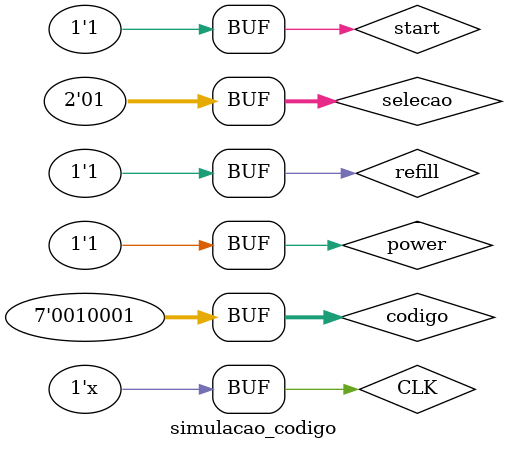
<source format=v>
`timescale 1s/1s


module simulacao_codigo;

	// Inputs
	reg power;
	reg [6:0] codigo;
	reg [1:0] selecao;
	reg start;
	reg refill;
	reg CLK;

	// Outputs
	wire termobloco;
	wire bomba;
	wire [3:0] reservatorio;
	wire [3:0] estado;

	// Instantiate the Unit Under Test (UUT)
	codigo uut (
		.power(power), 
		.codigo(codigo), 
		.selecao(selecao), 
		.start(start), 
		.refill(refill), 
		.CLK(CLK), 
		.termobloco(termobloco), 
		.bomba(bomba), 
		.reservatorio(reservatorio), 
		.estado(estado)
	);

always 
     #380 CLK = ~CLK;
	initial begin
		{CLK} <= 0;
		power = 0;// Power is off but something was selected (displays "nothing hapens" ) and start has been pressed
		#760;
		power = 1; start =0;	// Power is on, termobloco heats up for 5 seconds 
		#4180;
		codigo = 5'b10011; // Codigo incorreto		 
		#760;
		power = 0;// changed my mind i dont know the code 
		#2280;
		power = 1;// i remembered the code after 3 seconds lets put the power back on
		#760;
		codigo = 5'b10001; // Codigo correto		 
		#760;
		selecao = 2'b10;// selecao	 
		#760;
		start = 1;// start	 
		#3040;
		// proximo café
		start = 0;
		#2280;
		selecao = 2'b01;// selecao	 
		#760;
		start = 1;
		#1520;
		start = 0;
		#1520;
		refill = 1;
		#760;
		start = 1;
		
	end
	

      
endmodule


</source>
